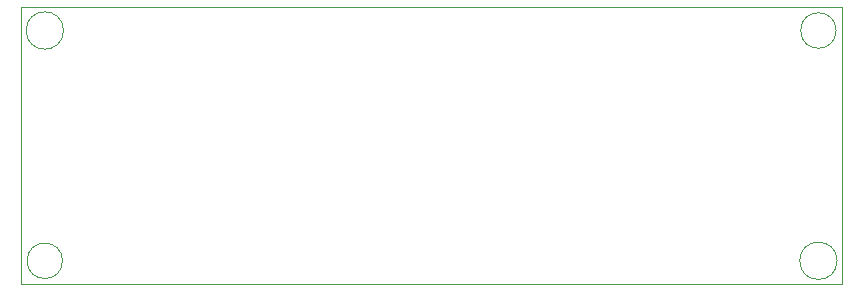
<source format=gm1>
G04 #@! TF.FileFunction,Profile,NP*
%FSLAX46Y46*%
G04 Gerber Fmt 4.6, Leading zero omitted, Abs format (unit mm)*
G04 Created by KiCad (PCBNEW 4.0.3-stable) date 10/29/16 15:55:36*
%MOMM*%
%LPD*%
G01*
G04 APERTURE LIST*
%ADD10C,0.100000*%
G04 APERTURE END LIST*
D10*
X129081139Y-87000000D02*
G75*
G03X129081139Y-87000000I-1581139J0D01*
G01*
X129000000Y-106500000D02*
G75*
G03X129000000Y-106500000I-1500000J0D01*
G01*
X194581139Y-106500000D02*
G75*
G03X194581139Y-106500000I-1581139J0D01*
G01*
X194500000Y-87000000D02*
G75*
G03X194500000Y-87000000I-1500000J0D01*
G01*
X125500000Y-85000000D02*
X195000000Y-85000000D01*
X125500000Y-108500000D02*
X125500000Y-85000000D01*
X195000000Y-108500000D02*
X125500000Y-108500000D01*
X195000000Y-85000000D02*
X195000000Y-108500000D01*
M02*

</source>
